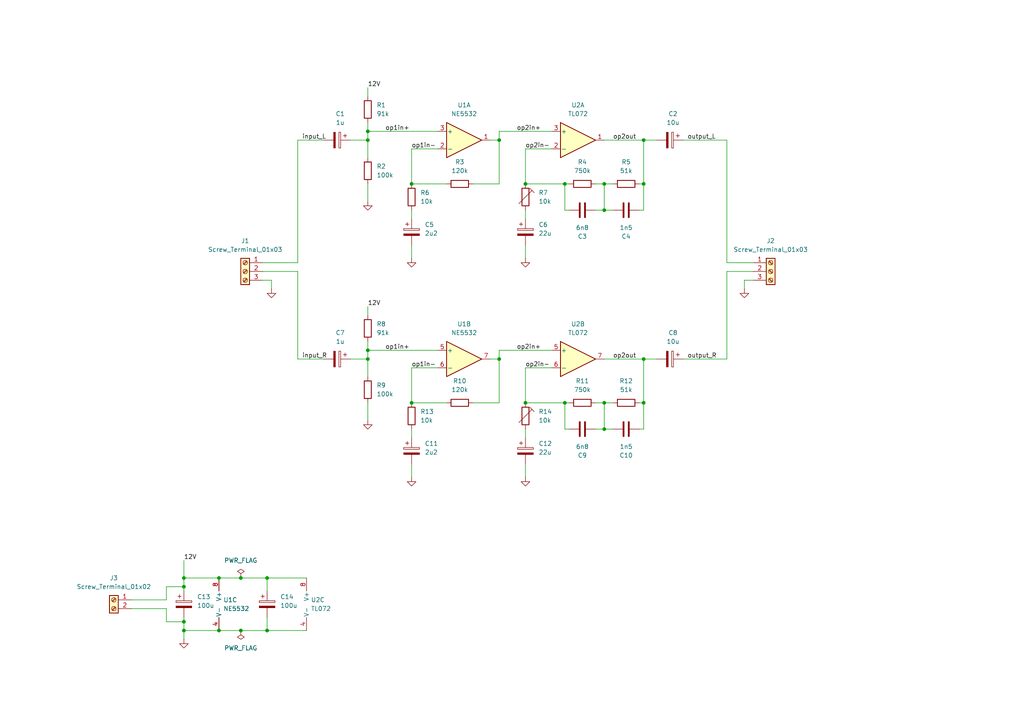
<source format=kicad_sch>
(kicad_sch (version 20231120) (generator "eeschema") (generator_version "8.0")
  (paper "A4")
  (lib_symbols
    (symbol "Amplifier_Operational:NE5532" (pin_names (offset 0.127))
      (property "Reference" "U" (at 0 5.08 0))
      (property "Value" "NE5532" (at 0 -5.08 0))
      (symbol "NE5532_1_1"
        (polyline (pts (xy -5.08 5.08) (xy 5.08 0) (xy -5.08 -5.08) (xy -5.08 5.08)) (stroke (width 0.254)) (fill (type background)))
        (pin output line (at 7.62 0 180) (length 2.54) (name "~") (number "1"))
        (pin input line (at -7.62 -2.54 0) (length 2.54) (name "-") (number "2"))
        (pin input line (at -7.62 2.54 0) (length 2.54) (name "+") (number "3"))
      )
      (symbol "NE5532_2_1"
        (polyline (pts (xy -5.08 5.08) (xy 5.08 0) (xy -5.08 -5.08) (xy -5.08 5.08)) (stroke (width 0.254)) (fill (type background)))
        (pin input line (at -7.62 2.54 0) (length 2.54) (name "+") (number "5"))
        (pin input line (at -7.62 -2.54 0) (length 2.54) (name "-") (number "6"))
        (pin output line (at 7.62 0 180) (length 2.54) (name "~") (number "7"))
      )
      (symbol "NE5532_3_1"
        (pin power_in line (at -2.54 -7.62 90) (length 3.81) (name "V-") (number "4"))
        (pin power_in line (at -2.54 7.62 270) (length 3.81) (name "V+") (number "8"))
      )
    )
    (symbol "Amplifier_Operational:TL072" (pin_names (offset 0.127))
      (property "Reference" "U" (at 0 5.08 0))
      (property "Value" "TL072" (at 0 -5.08 0))
      (symbol "TL072_1_1"
        (polyline (pts (xy -5.08 5.08) (xy 5.08 0) (xy -5.08 -5.08) (xy -5.08 5.08)) (stroke (width 0.254)) (fill (type background)))
        (pin output line (at 7.62 0 180) (length 2.54) (name "~") (number "1"))
        (pin input line (at -7.62 -2.54 0) (length 2.54) (name "-") (number "2"))
        (pin input line (at -7.62 2.54 0) (length 2.54) (name "+") (number "3"))
      )
      (symbol "TL072_2_1"
        (polyline (pts (xy -5.08 5.08) (xy 5.08 0) (xy -5.08 -5.08) (xy -5.08 5.08)) (stroke (width 0.254)) (fill (type background)))
        (pin input line (at -7.62 2.54 0) (length 2.54) (name "+") (number "5"))
        (pin input line (at -7.62 -2.54 0) (length 2.54) (name "-") (number "6"))
        (pin output line (at 7.62 0 180) (length 2.54) (name "~") (number "7"))
      )
      (symbol "TL072_3_1"
        (pin power_in line (at -2.54 -7.62 90) (length 3.81) (name "V-") (number "4"))
        (pin power_in line (at -2.54 7.62 270) (length 3.81) (name "V+") (number "8"))
      )
    )
    (symbol "Connector:Screw_Terminal_01x02" (pin_names (offset 1.016) hide)
      (property "Reference" "J" (at 0 2.54 0))
      (property "Value" "Screw_Terminal_01x02" (at 0 -5.08 0))
      (symbol "Screw_Terminal_01x02_1_1"
        (rectangle (start -1.27 1.27) (end 1.27 -3.81) (stroke (width 0.254)) (fill (type background)))
        (circle (center 0 -2.54) (radius 0.635) (stroke (width 0.1524)))
        (polyline (pts (xy -0.5334 -2.2098) (xy 0.3302 -3.048)) (stroke (width 0.1524)))
        (polyline (pts (xy -0.5334 0.3302) (xy 0.3302 -0.508)) (stroke (width 0.1524)))
        (polyline (pts (xy -0.3556 -2.032) (xy 0.508 -2.8702)) (stroke (width 0.1524)))
        (polyline (pts (xy -0.3556 0.508) (xy 0.508 -0.3302)) (stroke (width 0.1524)))
        (circle (center 0 0) (radius 0.635) (stroke (width 0.1524)))
        (pin passive line (at -5.08 0 0) (length 3.81) (name "Pin_1") (number "1"))
        (pin passive line (at -5.08 -2.54 0) (length 3.81) (name "Pin_2") (number "2"))
      )
    )
    (symbol "Connector:Screw_Terminal_01x03" (pin_names (offset 1.016) hide)
      (property "Reference" "J" (at 0 5.08 0))
      (property "Value" "Screw_Terminal_01x03" (at 0 -5.08 0))
      (symbol "Screw_Terminal_01x03_1_1"
        (rectangle (start -1.27 3.81) (end 1.27 -3.81) (stroke (width 0.254)) (fill (type background)))
        (circle (center 0 -2.54) (radius 0.635) (stroke (width 0.1524)))
        (polyline (pts (xy -0.5334 -2.2098) (xy 0.3302 -3.048)) (stroke (width 0.1524)))
        (polyline (pts (xy -0.5334 0.3302) (xy 0.3302 -0.508)) (stroke (width 0.1524)))
        (polyline (pts (xy -0.5334 2.8702) (xy 0.3302 2.032)) (stroke (width 0.1524)))
        (polyline (pts (xy -0.3556 -2.032) (xy 0.508 -2.8702)) (stroke (width 0.1524)))
        (polyline (pts (xy -0.3556 0.508) (xy 0.508 -0.3302)) (stroke (width 0.1524)))
        (polyline (pts (xy -0.3556 3.048) (xy 0.508 2.2098)) (stroke (width 0.1524)))
        (circle (center 0 0) (radius 0.635) (stroke (width 0.1524)))
        (circle (center 0 2.54) (radius 0.635) (stroke (width 0.1524)))
        (pin passive line (at -5.08 2.54 0) (length 3.81) (name "Pin_1") (number "1"))
        (pin passive line (at -5.08 0 0) (length 3.81) (name "Pin_2") (number "2"))
        (pin passive line (at -5.08 -2.54 0) (length 3.81) (name "Pin_3") (number "3"))
      )
    )
    (symbol "Device:C" (pin_numbers hide) (pin_names (offset 0.254))
      (property "Reference" "C" (at 0.635 2.54 0))
      (property "Value" "C" (at 0.635 -2.54 0))
      (symbol "C_0_1"
        (polyline (pts (xy -2.032 -0.762) (xy 2.032 -0.762)) (stroke (width 0.508)))
        (polyline (pts (xy -2.032 0.762) (xy 2.032 0.762)) (stroke (width 0.508)))
      )
      (symbol "C_1_1"
        (pin passive line (at 0 3.81 270) (length 2.794) (name "~") (number "1"))
        (pin passive line (at 0 -3.81 90) (length 2.794) (name "~") (number "2"))
      )
    )
    (symbol "Device:C_Polarized" (pin_numbers hide) (pin_names (offset 0.254))
      (property "Reference" "C" (at 0.635 2.54 0))
      (property "Value" "C_Polarized" (at 0.635 -2.54 0))
      (symbol "C_Polarized_0_1"
        (rectangle (start -2.286 0.508) (end 2.286 1.016))
        (polyline (pts (xy -1.778 2.286) (xy -0.762 2.286)))
        (polyline (pts (xy -1.27 2.794) (xy -1.27 1.778)))
        (rectangle (start 2.286 -0.508) (end -2.286 -1.016) (fill (type outline)))
      )
      (symbol "C_Polarized_1_1"
        (pin passive line (at 0 3.81 270) (length 2.794) (name "~") (number "1"))
        (pin passive line (at 0 -3.81 90) (length 2.794) (name "~") (number "2"))
      )
    )
    (symbol "Device:R" (pin_numbers hide) (pin_names (offset 0))
      (property "Reference" "R" (at 2.032 0 90))
      (property "Value" "R" (at 0 0 90))
      (symbol "R_0_1"
        (rectangle (start -1.016 -2.54) (end 1.016 2.54) (stroke (width 0.254)))
      )
      (symbol "R_1_1"
        (pin passive line (at 0 3.81 270) (length 1.27) (name "~") (number "1"))
        (pin passive line (at 0 -3.81 90) (length 1.27) (name "~") (number "2"))
      )
    )
    (symbol "Device:R_Trim" (pin_numbers hide) (pin_names (offset 0))
      (property "Reference" "R" (at 2.54 -2.54 90))
      (property "Value" "R_Trim" (at -2.54 -0.635 90))
      (symbol "R_Trim_0_1"
        (rectangle (start -1.016 -2.54) (end 1.016 2.54) (stroke (width 0.254)))
        (polyline (pts (xy -1.905 -1.905) (xy 1.905 1.905) (xy 2.54 1.27) (xy 1.27 2.54)))
      )
      (symbol "R_Trim_1_1"
        (pin passive line (at 0 3.81 270) (length 1.27) (name "~") (number "1"))
        (pin passive line (at 0 -3.81 90) (length 1.27) (name "~") (number "2"))
      )
    )
    (symbol "power:GND" (power) (pin_numbers hide) (pin_names (offset 0) hide)
      (property "Value" "GND" (at 0 -3.81 0))
      (symbol "GND_0_1"
        (polyline (pts (xy 0 0) (xy 0 -1.27) (xy 1.27 -1.27) (xy 0 -2.54) (xy -1.27 -1.27) (xy 0 -1.27)))
      )
      (symbol "GND_1_1"
        (pin power_in line (at 0 0 270) (length 0) (name "~") (number "1"))
      )
    )
    (symbol "power:PWR_FLAG" (power) (pin_numbers hide) (pin_names (offset 0) hide)
      (property "Value" "PWR_FLAG" (at 0 3.81 0))
      (symbol "PWR_FLAG_0_0"
        (pin power_out line (at 0 0 90) (length 0) (name "~") (number "1"))
      )
      (symbol "PWR_FLAG_0_1"
        (polyline (pts (xy 0 0) (xy 0 1.27) (xy -1.016 1.905) (xy 0 2.54) (xy 1.016 1.905) (xy 0 1.27)))
      )
    )
  )
  (junction (at 106.68 40.64))
  (junction (at 175.26 60.96))
  (junction (at 175.26 124.46))
  (junction (at 186.69 116.84))
  (junction (at 144.78 104.14))
  (junction (at 106.68 101.6))
  (junction (at 186.69 104.14))
  (junction (at 186.69 40.64))
  (junction (at 69.85 167.64))
  (junction (at 53.34 167.64))
  (junction (at 163.83 53.34))
  (junction (at 53.34 170.18))
  (junction (at 53.34 182.88))
  (junction (at 77.47 167.64))
  (junction (at 63.5 182.88))
  (junction (at 119.38 116.84))
  (junction (at 175.26 116.84))
  (junction (at 63.5 167.64))
  (junction (at 53.34 180.34))
  (junction (at 106.68 104.14))
  (junction (at 152.4 53.34))
  (junction (at 119.38 53.34))
  (junction (at 77.47 182.88))
  (junction (at 106.68 38.1))
  (junction (at 186.69 53.34))
  (junction (at 152.4 116.84))
  (junction (at 144.78 40.64))
  (junction (at 69.85 182.88))
  (junction (at 175.26 53.34))
  (junction (at 163.83 116.84))
  (wire (pts (xy 163.83 116.84) (xy 165.1 116.84)))
  (wire (pts (xy 144.78 116.84) (xy 144.78 104.14)))
  (wire (pts (xy 152.4 106.68) (xy 152.4 116.84)))
  (wire (pts (xy 76.2 78.74) (xy 86.36 78.74)))
  (wire (pts (xy 144.78 104.14) (xy 142.24 104.14)))
  (wire (pts (xy 163.83 60.96) (xy 165.1 60.96)))
  (wire (pts (xy 53.34 162.56) (xy 53.34 167.64)))
  (wire (pts (xy 152.4 60.96) (xy 152.4 63.5)))
  (wire (pts (xy 53.34 180.34) (xy 53.34 182.88)))
  (wire (pts (xy 175.26 40.64) (xy 186.69 40.64)))
  (wire (pts (xy 186.69 60.96) (xy 185.42 60.96)))
  (wire (pts (xy 175.26 116.84) (xy 175.26 124.46)))
  (wire (pts (xy 137.16 53.34) (xy 144.78 53.34)))
  (wire (pts (xy 48.26 170.18) (xy 53.34 170.18)))
  (wire (pts (xy 119.38 134.62) (xy 119.38 138.43)))
  (wire (pts (xy 86.36 78.74) (xy 86.36 104.14)))
  (wire (pts (xy 186.69 104.14) (xy 186.69 116.84)))
  (wire (pts (xy 175.26 124.46) (xy 177.8 124.46)))
  (wire (pts (xy 186.69 104.14) (xy 190.5 104.14)))
  (wire (pts (xy 175.26 60.96) (xy 177.8 60.96)))
  (wire (pts (xy 172.72 53.34) (xy 175.26 53.34)))
  (wire (pts (xy 172.72 116.84) (xy 175.26 116.84)))
  (wire (pts (xy 76.2 81.28) (xy 78.74 81.28)))
  (wire (pts (xy 175.26 53.34) (xy 177.8 53.34)))
  (wire (pts (xy 77.47 167.64) (xy 77.47 171.45)))
  (wire (pts (xy 119.38 124.46) (xy 119.38 127)))
  (wire (pts (xy 215.9 81.28) (xy 218.44 81.28)))
  (wire (pts (xy 119.38 116.84) (xy 129.54 116.84)))
  (wire (pts (xy 106.68 104.14) (xy 106.68 109.22)))
  (wire (pts (xy 53.34 167.64) (xy 53.34 170.18)))
  (wire (pts (xy 106.68 35.56) (xy 106.68 38.1)))
  (wire (pts (xy 101.6 40.64) (xy 106.68 40.64)))
  (wire (pts (xy 63.5 182.88) (xy 53.34 182.88)))
  (wire (pts (xy 144.78 40.64) (xy 142.24 40.64)))
  (wire (pts (xy 86.36 40.64) (xy 93.98 40.64)))
  (wire (pts (xy 186.69 53.34) (xy 185.42 53.34)))
  (wire (pts (xy 78.74 81.28) (xy 78.74 83.82)))
  (wire (pts (xy 38.1 176.53) (xy 48.26 176.53)))
  (wire (pts (xy 144.78 101.6) (xy 160.02 101.6)))
  (wire (pts (xy 172.72 60.96) (xy 175.26 60.96)))
  (wire (pts (xy 144.78 38.1) (xy 160.02 38.1)))
  (wire (pts (xy 175.26 116.84) (xy 177.8 116.84)))
  (wire (pts (xy 48.26 173.99) (xy 48.26 170.18)))
  (wire (pts (xy 106.68 116.84) (xy 106.68 121.92)))
  (wire (pts (xy 106.68 88.9) (xy 106.68 91.44)))
  (wire (pts (xy 152.4 53.34) (xy 163.83 53.34)))
  (wire (pts (xy 175.26 53.34) (xy 175.26 60.96)))
  (wire (pts (xy 53.34 170.18) (xy 53.34 171.45)))
  (wire (pts (xy 77.47 182.88) (xy 88.9 182.88)))
  (wire (pts (xy 210.82 76.2) (xy 210.82 40.64)))
  (wire (pts (xy 186.69 53.34) (xy 186.69 60.96)))
  (wire (pts (xy 69.85 182.88) (xy 63.5 182.88)))
  (wire (pts (xy 186.69 40.64) (xy 190.5 40.64)))
  (wire (pts (xy 137.16 116.84) (xy 144.78 116.84)))
  (wire (pts (xy 152.4 116.84) (xy 163.83 116.84)))
  (wire (pts (xy 106.68 101.6) (xy 106.68 104.14)))
  (wire (pts (xy 106.68 101.6) (xy 127 101.6)))
  (wire (pts (xy 186.69 40.64) (xy 186.69 53.34)))
  (wire (pts (xy 38.1 173.99) (xy 48.26 173.99)))
  (wire (pts (xy 53.34 182.88) (xy 53.34 185.42)))
  (wire (pts (xy 218.44 78.74) (xy 210.82 78.74)))
  (wire (pts (xy 210.82 78.74) (xy 210.82 104.14)))
  (wire (pts (xy 198.12 104.14) (xy 210.82 104.14)))
  (wire (pts (xy 86.36 40.64) (xy 86.36 76.2)))
  (wire (pts (xy 119.38 43.18) (xy 127 43.18)))
  (wire (pts (xy 215.9 83.82) (xy 215.9 81.28)))
  (wire (pts (xy 77.47 167.64) (xy 88.9 167.64)))
  (wire (pts (xy 119.38 71.12) (xy 119.38 74.93)))
  (wire (pts (xy 144.78 53.34) (xy 144.78 40.64)))
  (wire (pts (xy 101.6 104.14) (xy 106.68 104.14)))
  (wire (pts (xy 198.12 40.64) (xy 210.82 40.64)))
  (wire (pts (xy 144.78 101.6) (xy 144.78 104.14)))
  (wire (pts (xy 152.4 71.12) (xy 152.4 74.93)))
  (wire (pts (xy 144.78 38.1) (xy 144.78 40.64)))
  (wire (pts (xy 106.68 40.64) (xy 106.68 45.72)))
  (wire (pts (xy 186.69 116.84) (xy 185.42 116.84)))
  (wire (pts (xy 53.34 179.07) (xy 53.34 180.34)))
  (wire (pts (xy 119.38 106.68) (xy 127 106.68)))
  (wire (pts (xy 152.4 124.46) (xy 152.4 127)))
  (wire (pts (xy 152.4 106.68) (xy 160.02 106.68)))
  (wire (pts (xy 186.69 116.84) (xy 186.69 124.46)))
  (wire (pts (xy 119.38 43.18) (xy 119.38 53.34)))
  (wire (pts (xy 48.26 176.53) (xy 48.26 180.34)))
  (wire (pts (xy 63.5 167.64) (xy 69.85 167.64)))
  (wire (pts (xy 77.47 182.88) (xy 69.85 182.88)))
  (wire (pts (xy 119.38 53.34) (xy 129.54 53.34)))
  (wire (pts (xy 218.44 76.2) (xy 210.82 76.2)))
  (wire (pts (xy 106.68 99.06) (xy 106.68 101.6)))
  (wire (pts (xy 86.36 104.14) (xy 93.98 104.14)))
  (wire (pts (xy 172.72 124.46) (xy 175.26 124.46)))
  (wire (pts (xy 106.68 38.1) (xy 127 38.1)))
  (wire (pts (xy 119.38 60.96) (xy 119.38 63.5)))
  (wire (pts (xy 163.83 53.34) (xy 165.1 53.34)))
  (wire (pts (xy 163.83 53.34) (xy 163.83 60.96)))
  (wire (pts (xy 106.68 25.4) (xy 106.68 27.94)))
  (wire (pts (xy 152.4 43.18) (xy 152.4 53.34)))
  (wire (pts (xy 106.68 38.1) (xy 106.68 40.64)))
  (wire (pts (xy 119.38 106.68) (xy 119.38 116.84)))
  (wire (pts (xy 53.34 167.64) (xy 63.5 167.64)))
  (wire (pts (xy 106.68 53.34) (xy 106.68 58.42)))
  (wire (pts (xy 163.83 116.84) (xy 163.83 124.46)))
  (wire (pts (xy 48.26 180.34) (xy 53.34 180.34)))
  (wire (pts (xy 69.85 167.64) (xy 77.47 167.64)))
  (wire (pts (xy 77.47 179.07) (xy 77.47 182.88)))
  (wire (pts (xy 152.4 134.62) (xy 152.4 138.43)))
  (wire (pts (xy 186.69 124.46) (xy 185.42 124.46)))
  (wire (pts (xy 86.36 76.2) (xy 76.2 76.2)))
  (wire (pts (xy 163.83 124.46) (xy 165.1 124.46)))
  (wire (pts (xy 175.26 104.14) (xy 186.69 104.14)))
  (wire (pts (xy 152.4 43.18) (xy 160.02 43.18)))
  (label "op2out" (at 177.8 104.14 0))
  (label "op1in+" (at 111.76 38.1 0))
  (label "input_L" (at 87.63 40.64 0))
  (label "op2in-" (at 152.4 43.18 0))
  (label "op2out" (at 177.8 40.64 0))
  (label "op1in-" (at 119.38 43.18 0))
  (label "12V" (at 53.34 162.56 0))
  (label "op2in+" (at 149.86 38.1 0))
  (label "12V" (at 106.68 25.4 0))
  (label "output_L" (at 199.39 40.64 0))
  (label "op2in+" (at 149.86 101.6 0))
  (label "12V" (at 106.68 88.9 0))
  (label "op1in-" (at 119.38 106.68 0))
  (label "input_R" (at 87.63 104.14 0))
  (label "output_R" (at 199.39 104.14 0))
  (label "op1in+" (at 111.76 101.6 0))
  (label "op2in-" (at 152.4 106.68 0))
  (symbol (lib_id "Device:R_Trim") (at 152.4 57.15 0) (unit 1)
    (property "Reference" "R7" (at 156.21 55.8799 0) (effects (justify left)))
    (property "Value" "10k" (at 156.21 58.4199 0) (effects (justify left)))
    (property "Footprint" "SloBlo:Potentiometer_Bourns_3296W_Vertical" (effects (hide yes)))
    (property "Description" "Trimmable resistor (preset resistor)" (effects (hide yes)))
  )
  (symbol (lib_id "Device:C_Polarized") (at 119.38 130.81 0) (unit 1)
    (property "Reference" "C11" (at 123.19 128.6509 0) (effects (justify left)))
    (property "Value" "2u2" (at 123.19 131.1909 0) (effects (justify left)))
    (property "Footprint" "Capacitor_THT:CP_Radial_D8.0mm_P2.50mm" (effects (hide yes)))
    (property "Description" "Polarized capacitor" (effects (hide yes)))
  )
  (symbol (lib_id "Device:C_Polarized") (at 53.34 175.26 0) (unit 1)
    (property "Reference" "C13" (at 57.15 173.1009 0) (effects (justify left)))
    (property "Value" "100u" (at 57.15 175.6409 0) (effects (justify left)))
    (property "Footprint" "Capacitor_THT:CP_Radial_D8.0mm_P2.50mm" (effects (hide yes)))
    (property "Description" "Polarized capacitor" (effects (hide yes)))
  )
  (symbol (lib_id "Amplifier_Operational:NE5532") (at 134.62 104.14 0) (unit 2)
    (property "Reference" "U1" (at 134.62 93.98 0))
    (property "Value" "NE5532" (at 134.62 96.52 0))
    (property "Footprint" "Package_DIP:DIP-8_W7.62mm_Socket_LongPads" (effects (hide yes)))
    (property "Datasheet" "http://www.ti.com/lit/ds/symlink/ne5532.pdf" (effects (hide yes)))
    (property "Description" "Dual Low-Noise Operational Amplifiers, DIP-8/SOIC-8" (effects (hide yes)))
  )
  (symbol (lib_id "Device:C") (at 181.61 124.46 270) (mirror x) (unit 1)
    (property "Reference" "C10" (at 181.61 132.08 90))
    (property "Value" "1n5" (at 181.61 129.54 90))
    (property "Footprint" "Capacitor_THT:C_Disc_D5.0mm_W2.5mm_P2.50mm" (effects (hide yes)))
    (property "Description" "Unpolarized capacitor" (effects (hide yes)))
  )
  (symbol (lib_id "Device:R") (at 106.68 31.75 180) (unit 1)
    (property "Reference" "R1" (at 109.22 30.4799 0) (effects (justify right)))
    (property "Value" "91k" (at 109.22 33.0199 0) (effects (justify right)))
    (property "Footprint" "Resistor_THT:R_Axial_DIN0411_L9.9mm_D3.6mm_P15.24mm_Horizontal" (effects (hide yes)))
    (property "Description" "Resistor" (effects (hide yes)))
  )
  (symbol (lib_id "Device:R") (at 181.61 116.84 270) (unit 1)
    (property "Reference" "R12" (at 181.61 110.49 90))
    (property "Value" "51k" (at 181.61 113.03 90))
    (property "Footprint" "Resistor_THT:R_Axial_DIN0411_L9.9mm_D3.6mm_P15.24mm_Horizontal" (effects (hide yes)))
    (property "Description" "Resistor" (effects (hide yes)))
  )
  (symbol (lib_id "Device:C_Polarized") (at 194.31 40.64 270) (unit 1)
    (property "Reference" "C2" (at 195.199 33.02 90))
    (property "Value" "10u" (at 195.199 35.56 90))
    (property "Footprint" "Capacitor_THT:CP_Radial_D8.0mm_P2.50mm" (effects (hide yes)))
    (property "Description" "Polarized capacitor" (effects (hide yes)))
  )
  (symbol (lib_id "Amplifier_Operational:TL072") (at 91.44 175.26 0) (unit 3)
    (property "Reference" "U2" (at 90.17 173.9899 0) (effects (justify left)))
    (property "Value" "TL072" (at 90.17 176.5299 0) (effects (justify left)))
    (property "Footprint" "Package_DIP:DIP-8_W7.62mm_Socket_LongPads" (effects (hide yes)))
    (property "Datasheet" "http://www.ti.com/lit/ds/symlink/tl071.pdf" (effects (hide yes)))
    (property "Description" "Dual Low-Noise JFET-Input Operational Amplifiers, DIP-8/SOIC-8" (effects (hide yes)))
  )
  (symbol (lib_id "Device:R_Trim") (at 152.4 120.65 0) (unit 1)
    (property "Reference" "R14" (at 156.21 119.3799 0) (effects (justify left)))
    (property "Value" "10k" (at 156.21 121.9199 0) (effects (justify left)))
    (property "Footprint" "SloBlo:Potentiometer_Bourns_3296W_Vertical" (effects (hide yes)))
    (property "Description" "Trimmable resistor (preset resistor)" (effects (hide yes)))
  )
  (symbol (lib_id "Device:C") (at 168.91 124.46 270) (mirror x) (unit 1)
    (property "Reference" "C9" (at 168.91 132.08 90))
    (property "Value" "6n8" (at 168.91 129.54 90))
    (property "Footprint" "Capacitor_THT:C_Disc_D5.0mm_W2.5mm_P2.50mm" (effects (hide yes)))
    (property "Description" "Unpolarized capacitor" (effects (hide yes)))
  )
  (symbol (lib_id "Device:C_Polarized") (at 152.4 67.31 0) (unit 1)
    (property "Reference" "C6" (at 156.21 65.1509 0) (effects (justify left)))
    (property "Value" "22u" (at 156.21 67.6909 0) (effects (justify left)))
    (property "Footprint" "Capacitor_THT:CP_Radial_D8.0mm_P2.50mm" (effects (hide yes)))
    (property "Description" "Polarized capacitor" (effects (hide yes)))
  )
  (symbol (lib_id "Connector:Screw_Terminal_01x02") (at 33.02 173.99 0) (mirror y) (unit 1)
    (property "Reference" "J3" (at 33.02 167.64 0))
    (property "Value" "Screw_Terminal_01x02" (at 33.02 170.18 0))
    (property "Footprint" "Connector_PinHeader_2.54mm:PinHeader_1x02_P2.54mm_Vertical" (effects (hide yes)))
    (property "Description" "Generic screw terminal, single row, 01x02, script generated (kicad-library-utils/schlib/autogen/connector/)" (effects (hide yes)))
  )
  (symbol (lib_id "power:GND") (at 119.38 138.43 0) (unit 1)
    (property "Reference" "#PWR07" (effects (hide yes)))
    (property "Value" "GND" (effects (hide yes)))
    (property "Description" "Power symbol creates a global label with name \"GND\" , ground" (effects (hide yes)))
  )
  (symbol (lib_id "Device:C_Polarized") (at 97.79 104.14 270) (unit 1)
    (property "Reference" "C7" (at 98.679 96.52 90))
    (property "Value" "1u" (at 98.679 99.06 90))
    (property "Footprint" "Capacitor_THT:CP_Radial_D8.0mm_P2.50mm" (effects (hide yes)))
    (property "Description" "Polarized capacitor" (effects (hide yes)))
  )
  (symbol (lib_id "Device:C") (at 168.91 60.96 270) (mirror x) (unit 1)
    (property "Reference" "C3" (at 168.91 68.58 90))
    (property "Value" "6n8" (at 168.91 66.04 90))
    (property "Footprint" "Capacitor_THT:C_Disc_D5.0mm_W2.5mm_P2.50mm" (effects (hide yes)))
    (property "Description" "Unpolarized capacitor" (effects (hide yes)))
  )
  (symbol (lib_id "power:GND") (at 152.4 138.43 0) (unit 1)
    (property "Reference" "#PWR08" (effects (hide yes)))
    (property "Value" "GND" (effects (hide yes)))
    (property "Description" "Power symbol creates a global label with name \"GND\" , ground" (effects (hide yes)))
  )
  (symbol (lib_id "Device:R") (at 119.38 57.15 180) (unit 1)
    (property "Reference" "R6" (at 121.92 55.8799 0) (effects (justify right)))
    (property "Value" "10k" (at 121.92 58.4199 0) (effects (justify right)))
    (property "Footprint" "Resistor_THT:R_Axial_DIN0411_L9.9mm_D3.6mm_P15.24mm_Horizontal" (effects (hide yes)))
    (property "Description" "Resistor" (effects (hide yes)))
  )
  (symbol (lib_id "Device:R") (at 106.68 95.25 180) (unit 1)
    (property "Reference" "R8" (at 109.22 93.9799 0) (effects (justify right)))
    (property "Value" "91k" (at 109.22 96.5199 0) (effects (justify right)))
    (property "Footprint" "Resistor_THT:R_Axial_DIN0411_L9.9mm_D3.6mm_P15.24mm_Horizontal" (effects (hide yes)))
    (property "Description" "Resistor" (effects (hide yes)))
  )
  (symbol (lib_id "power:GND") (at 152.4 74.93 0) (unit 1)
    (property "Reference" "#PWR03" (effects (hide yes)))
    (property "Value" "GND" (effects (hide yes)))
    (property "Description" "Power symbol creates a global label with name \"GND\" , ground" (effects (hide yes)))
  )
  (symbol (lib_id "Amplifier_Operational:TL072") (at 167.64 104.14 0) (unit 2)
    (property "Reference" "U2" (at 167.64 93.98 0))
    (property "Value" "TL072" (at 167.64 96.52 0))
    (property "Footprint" "Package_DIP:DIP-8_W7.62mm_Socket_LongPads" (effects (hide yes)))
    (property "Datasheet" "http://www.ti.com/lit/ds/symlink/tl071.pdf" (effects (hide yes)))
    (property "Description" "Dual Low-Noise JFET-Input Operational Amplifiers, DIP-8/SOIC-8" (effects (hide yes)))
  )
  (symbol (lib_id "Device:R") (at 106.68 49.53 180) (unit 1)
    (property "Reference" "R2" (at 109.22 48.2599 0) (effects (justify right)))
    (property "Value" "100k" (at 109.22 50.7999 0) (effects (justify right)))
    (property "Footprint" "Resistor_THT:R_Axial_DIN0411_L9.9mm_D3.6mm_P15.24mm_Horizontal" (effects (hide yes)))
    (property "Description" "Resistor" (effects (hide yes)))
  )
  (symbol (lib_id "power:GND") (at 119.38 74.93 0) (unit 1)
    (property "Reference" "#PWR02" (effects (hide yes)))
    (property "Value" "GND" (effects (hide yes)))
    (property "Description" "Power symbol creates a global label with name \"GND\" , ground" (effects (hide yes)))
  )
  (symbol (lib_id "power:GND") (at 215.9 83.82 0) (unit 1)
    (property "Reference" "#PWR05" (effects (hide yes)))
    (property "Value" "GND" (effects (hide yes)))
    (property "Description" "Power symbol creates a global label with name \"GND\" , ground" (effects (hide yes)))
  )
  (symbol (lib_id "Connector:Screw_Terminal_01x03") (at 71.12 78.74 0) (mirror y) (unit 1)
    (property "Reference" "J1" (at 71.12 69.85 0))
    (property "Value" "Screw_Terminal_01x03" (at 71.12 72.39 0))
    (property "Footprint" "Connector_PinHeader_2.54mm:PinHeader_1x03_P2.54mm_Vertical" (effects (hide yes)))
    (property "Description" "Generic screw terminal, single row, 01x03, script generated (kicad-library-utils/schlib/autogen/connector/)" (effects (hide yes)))
  )
  (symbol (lib_id "power:GND") (at 78.74 83.82 0) (unit 1)
    (property "Reference" "#PWR04" (effects (hide yes)))
    (property "Value" "GND" (effects (hide yes)))
    (property "Description" "Power symbol creates a global label with name \"GND\" , ground" (effects (hide yes)))
  )
  (symbol (lib_id "Device:R") (at 106.68 113.03 180) (unit 1)
    (property "Reference" "R9" (at 109.22 111.7599 0) (effects (justify right)))
    (property "Value" "100k" (at 109.22 114.2999 0) (effects (justify right)))
    (property "Footprint" "Resistor_THT:R_Axial_DIN0411_L9.9mm_D3.6mm_P15.24mm_Horizontal" (effects (hide yes)))
    (property "Description" "Resistor" (effects (hide yes)))
  )
  (symbol (lib_id "power:GND") (at 53.34 185.42 0) (unit 1)
    (property "Reference" "#PWR09" (effects (hide yes)))
    (property "Value" "GND" (effects (hide yes)))
    (property "Description" "Power symbol creates a global label with name \"GND\" , ground" (effects (hide yes)))
  )
  (symbol (lib_id "Device:R") (at 133.35 53.34 90) (unit 1)
    (property "Reference" "R3" (at 133.35 46.99 90))
    (property "Value" "120k" (at 133.35 49.53 90))
    (property "Footprint" "Resistor_THT:R_Axial_DIN0411_L9.9mm_D3.6mm_P15.24mm_Horizontal" (effects (hide yes)))
    (property "Description" "Resistor" (effects (hide yes)))
  )
  (symbol (lib_id "Device:R") (at 181.61 53.34 270) (unit 1)
    (property "Reference" "R5" (at 181.61 46.99 90))
    (property "Value" "51k" (at 181.61 49.53 90))
    (property "Footprint" "Resistor_THT:R_Axial_DIN0411_L9.9mm_D3.6mm_P15.24mm_Horizontal" (effects (hide yes)))
    (property "Description" "Resistor" (effects (hide yes)))
  )
  (symbol (lib_id "Device:C_Polarized") (at 194.31 104.14 270) (unit 1)
    (property "Reference" "C8" (at 195.199 96.52 90))
    (property "Value" "10u" (at 195.199 99.06 90))
    (property "Footprint" "Capacitor_THT:CP_Radial_D8.0mm_P2.50mm" (effects (hide yes)))
    (property "Description" "Polarized capacitor" (effects (hide yes)))
  )
  (symbol (lib_id "Device:C_Polarized") (at 97.79 40.64 270) (unit 1)
    (property "Reference" "C1" (at 98.679 33.02 90))
    (property "Value" "1u" (at 98.679 35.56 90))
    (property "Footprint" "Capacitor_THT:CP_Radial_D8.0mm_P2.50mm" (effects (hide yes)))
    (property "Description" "Polarized capacitor" (effects (hide yes)))
  )
  (symbol (lib_id "Connector:Screw_Terminal_01x03") (at 223.52 78.74 0) (unit 1)
    (property "Reference" "J2" (at 223.52 69.85 0))
    (property "Value" "Screw_Terminal_01x03" (at 223.52 72.39 0))
    (property "Footprint" "Connector_PinHeader_2.54mm:PinHeader_1x03_P2.54mm_Vertical" (effects (hide yes)))
    (property "Description" "Generic screw terminal, single row, 01x03, script generated (kicad-library-utils/schlib/autogen/connector/)" (effects (hide yes)))
  )
  (symbol (lib_id "Amplifier_Operational:NE5532") (at 66.04 175.26 0) (unit 3)
    (property "Reference" "U1" (at 64.77 173.9899 0) (effects (justify left)))
    (property "Value" "NE5532" (at 64.77 176.5299 0) (effects (justify left)))
    (property "Footprint" "Package_DIP:DIP-8_W7.62mm_Socket_LongPads" (effects (hide yes)))
    (property "Datasheet" "http://www.ti.com/lit/ds/symlink/ne5532.pdf" (effects (hide yes)))
    (property "Description" "Dual Low-Noise Operational Amplifiers, DIP-8/SOIC-8" (effects (hide yes)))
  )
  (symbol (lib_id "Device:R") (at 168.91 116.84 90) (unit 1)
    (property "Reference" "R11" (at 168.91 110.49 90))
    (property "Value" "750k" (at 168.91 113.03 90))
    (property "Footprint" "Resistor_THT:R_Axial_DIN0411_L9.9mm_D3.6mm_P15.24mm_Horizontal" (effects (hide yes)))
    (property "Description" "Resistor" (effects (hide yes)))
  )
  (symbol (lib_id "power:GND") (at 106.68 58.42 0) (unit 1)
    (property "Reference" "#PWR01" (effects (hide yes)))
    (property "Value" "GND" (effects (hide yes)))
    (property "Description" "Power symbol creates a global label with name \"GND\" , ground" (effects (hide yes)))
  )
  (symbol (lib_id "Device:C_Polarized") (at 119.38 67.31 0) (unit 1)
    (property "Reference" "C5" (at 123.19 65.1509 0) (effects (justify left)))
    (property "Value" "2u2" (at 123.19 67.6909 0) (effects (justify left)))
    (property "Footprint" "Capacitor_THT:CP_Radial_D8.0mm_P2.50mm" (effects (hide yes)))
    (property "Description" "Polarized capacitor" (effects (hide yes)))
  )
  (symbol (lib_id "Device:C_Polarized") (at 77.47 175.26 0) (unit 1)
    (property "Reference" "C14" (at 81.28 173.1009 0) (effects (justify left)))
    (property "Value" "100u" (at 81.28 175.6409 0) (effects (justify left)))
    (property "Footprint" "Capacitor_THT:CP_Radial_D8.0mm_P2.50mm" (effects (hide yes)))
    (property "Description" "Polarized capacitor" (effects (hide yes)))
  )
  (symbol (lib_id "Device:C") (at 181.61 60.96 270) (mirror x) (unit 1)
    (property "Reference" "C4" (at 181.61 68.58 90))
    (property "Value" "1n5" (at 181.61 66.04 90))
    (property "Footprint" "Capacitor_THT:C_Disc_D5.0mm_W2.5mm_P2.50mm" (effects (hide yes)))
    (property "Description" "Unpolarized capacitor" (effects (hide yes)))
  )
  (symbol (lib_id "power:PWR_FLAG") (at 69.85 167.64 0) (unit 1)
    (property "Reference" "#FLG01" (effects (hide yes)))
    (property "Value" "PWR_FLAG" (at 69.85 162.56 0))
    (property "Description" "Special symbol for telling ERC where power comes from" (effects (hide yes)))
  )
  (symbol (lib_id "Device:R") (at 133.35 116.84 90) (unit 1)
    (property "Reference" "R10" (at 133.35 110.49 90))
    (property "Value" "120k" (at 133.35 113.03 90))
    (property "Footprint" "Resistor_THT:R_Axial_DIN0411_L9.9mm_D3.6mm_P15.24mm_Horizontal" (effects (hide yes)))
    (property "Description" "Resistor" (effects (hide yes)))
  )
  (symbol (lib_id "power:PWR_FLAG") (at 69.85 182.88 0) (mirror x) (unit 1)
    (property "Reference" "#FLG02" (effects (hide yes)))
    (property "Value" "PWR_FLAG" (at 69.85 187.96 0))
    (property "Description" "Special symbol for telling ERC where power comes from" (effects (hide yes)))
  )
  (symbol (lib_id "Amplifier_Operational:TL072") (at 167.64 40.64 0) (unit 1)
    (property "Reference" "U2" (at 167.64 30.48 0))
    (property "Value" "TL072" (at 167.64 33.02 0))
    (property "Footprint" "Package_DIP:DIP-8_W7.62mm_Socket_LongPads" (effects (hide yes)))
    (property "Datasheet" "http://www.ti.com/lit/ds/symlink/tl071.pdf" (effects (hide yes)))
    (property "Description" "Dual Low-Noise JFET-Input Operational Amplifiers, DIP-8/SOIC-8" (effects (hide yes)))
  )
  (symbol (lib_id "Device:C_Polarized") (at 152.4 130.81 0) (unit 1)
    (property "Reference" "C12" (at 156.21 128.6509 0) (effects (justify left)))
    (property "Value" "22u" (at 156.21 131.1909 0) (effects (justify left)))
    (property "Footprint" "Capacitor_THT:CP_Radial_D8.0mm_P2.50mm" (effects (hide yes)))
    (property "Description" "Polarized capacitor" (effects (hide yes)))
  )
  (symbol (lib_id "power:GND") (at 106.68 121.92 0) (unit 1)
    (property "Reference" "#PWR06" (effects (hide yes)))
    (property "Value" "GND" (effects (hide yes)))
    (property "Description" "Power symbol creates a global label with name \"GND\" , ground" (effects (hide yes)))
  )
  (symbol (lib_id "Device:R") (at 119.38 120.65 180) (unit 1)
    (property "Reference" "R13" (at 121.92 119.3799 0) (effects (justify right)))
    (property "Value" "10k" (at 121.92 121.9199 0) (effects (justify right)))
    (property "Footprint" "Resistor_THT:R_Axial_DIN0411_L9.9mm_D3.6mm_P15.24mm_Horizontal" (effects (hide yes)))
    (property "Description" "Resistor" (effects (hide yes)))
  )
  (symbol (lib_id "Amplifier_Operational:NE5532") (at 134.62 40.64 0) (unit 1)
    (property "Reference" "U1" (at 134.62 30.48 0))
    (property "Value" "NE5532" (at 134.62 33.02 0))
    (property "Footprint" "Package_DIP:DIP-8_W7.62mm_Socket_LongPads" (effects (hide yes)))
    (property "Datasheet" "http://www.ti.com/lit/ds/symlink/ne5532.pdf" (effects (hide yes)))
    (property "Description" "Dual Low-Noise Operational Amplifiers, DIP-8/SOIC-8" (effects (hide yes)))
  )
  (symbol (lib_id "Device:R") (at 168.91 53.34 90) (unit 1)
    (property "Reference" "R4" (at 168.91 46.99 90))
    (property "Value" "750k" (at 168.91 49.53 90))
    (property "Footprint" "Resistor_THT:R_Axial_DIN0411_L9.9mm_D3.6mm_P15.24mm_Horizontal" (effects (hide yes)))
    (property "Description" "Resistor" (effects (hide yes)))
  )
)
</source>
